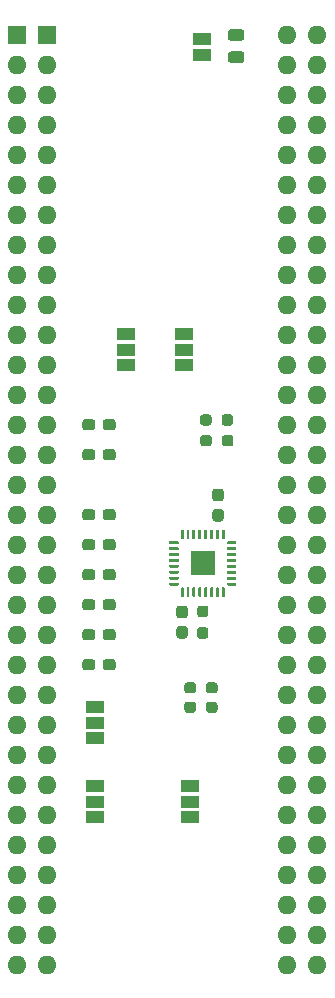
<source format=gts>
G04 #@! TF.GenerationSoftware,KiCad,Pcbnew,(5.1.12)-1*
G04 #@! TF.CreationDate,2022-10-04T21:51:07-07:00*
G04 #@! TF.ProjectId,HDMIBuffer,48444d49-4275-4666-9665-722e6b696361,rev?*
G04 #@! TF.SameCoordinates,Original*
G04 #@! TF.FileFunction,Soldermask,Top*
G04 #@! TF.FilePolarity,Negative*
%FSLAX46Y46*%
G04 Gerber Fmt 4.6, Leading zero omitted, Abs format (unit mm)*
G04 Created by KiCad (PCBNEW (5.1.12)-1) date 2022-10-04 21:51:07*
%MOMM*%
%LPD*%
G01*
G04 APERTURE LIST*
%ADD10R,1.500000X1.000000*%
%ADD11O,1.600000X1.600000*%
%ADD12R,1.600000X1.600000*%
%ADD13R,2.100000X2.100000*%
%ADD14C,0.100000*%
G04 APERTURE END LIST*
G36*
G01*
X129685600Y-100897700D02*
X129685600Y-100422700D01*
G75*
G02*
X129923100Y-100185200I237500J0D01*
G01*
X130423100Y-100185200D01*
G75*
G02*
X130660600Y-100422700I0J-237500D01*
G01*
X130660600Y-100897700D01*
G75*
G02*
X130423100Y-101135200I-237500J0D01*
G01*
X129923100Y-101135200D01*
G75*
G02*
X129685600Y-100897700I0J237500D01*
G01*
G37*
G36*
G01*
X127860600Y-100897700D02*
X127860600Y-100422700D01*
G75*
G02*
X128098100Y-100185200I237500J0D01*
G01*
X128598100Y-100185200D01*
G75*
G02*
X128835600Y-100422700I0J-237500D01*
G01*
X128835600Y-100897700D01*
G75*
G02*
X128598100Y-101135200I-237500J0D01*
G01*
X128098100Y-101135200D01*
G75*
G02*
X127860600Y-100897700I0J237500D01*
G01*
G37*
G36*
G01*
X129662100Y-99145100D02*
X129662100Y-98670100D01*
G75*
G02*
X129899600Y-98432600I237500J0D01*
G01*
X130399600Y-98432600D01*
G75*
G02*
X130637100Y-98670100I0J-237500D01*
G01*
X130637100Y-99145100D01*
G75*
G02*
X130399600Y-99382600I-237500J0D01*
G01*
X129899600Y-99382600D01*
G75*
G02*
X129662100Y-99145100I0J237500D01*
G01*
G37*
G36*
G01*
X127837100Y-99145100D02*
X127837100Y-98670100D01*
G75*
G02*
X128074600Y-98432600I237500J0D01*
G01*
X128574600Y-98432600D01*
G75*
G02*
X128812100Y-98670100I0J-237500D01*
G01*
X128812100Y-99145100D01*
G75*
G02*
X128574600Y-99382600I-237500J0D01*
G01*
X128074600Y-99382600D01*
G75*
G02*
X127837100Y-99145100I0J237500D01*
G01*
G37*
G36*
G01*
X128304300Y-115602200D02*
X127829300Y-115602200D01*
G75*
G02*
X127591800Y-115364700I0J237500D01*
G01*
X127591800Y-114864700D01*
G75*
G02*
X127829300Y-114627200I237500J0D01*
G01*
X128304300Y-114627200D01*
G75*
G02*
X128541800Y-114864700I0J-237500D01*
G01*
X128541800Y-115364700D01*
G75*
G02*
X128304300Y-115602200I-237500J0D01*
G01*
G37*
G36*
G01*
X128304300Y-117427200D02*
X127829300Y-117427200D01*
G75*
G02*
X127591800Y-117189700I0J237500D01*
G01*
X127591800Y-116689700D01*
G75*
G02*
X127829300Y-116452200I237500J0D01*
G01*
X128304300Y-116452200D01*
G75*
G02*
X128541800Y-116689700I0J-237500D01*
G01*
X128541800Y-117189700D01*
G75*
G02*
X128304300Y-117427200I-237500J0D01*
G01*
G37*
G36*
G01*
X128339400Y-123478300D02*
X128339400Y-123003300D01*
G75*
G02*
X128576900Y-122765800I237500J0D01*
G01*
X129076900Y-122765800D01*
G75*
G02*
X129314400Y-123003300I0J-237500D01*
G01*
X129314400Y-123478300D01*
G75*
G02*
X129076900Y-123715800I-237500J0D01*
G01*
X128576900Y-123715800D01*
G75*
G02*
X128339400Y-123478300I0J237500D01*
G01*
G37*
G36*
G01*
X126514400Y-123478300D02*
X126514400Y-123003300D01*
G75*
G02*
X126751900Y-122765800I237500J0D01*
G01*
X127251900Y-122765800D01*
G75*
G02*
X127489400Y-123003300I0J-237500D01*
G01*
X127489400Y-123478300D01*
G75*
G02*
X127251900Y-123715800I-237500J0D01*
G01*
X126751900Y-123715800D01*
G75*
G02*
X126514400Y-123478300I0J237500D01*
G01*
G37*
G36*
G01*
X128339400Y-121827300D02*
X128339400Y-121352300D01*
G75*
G02*
X128576900Y-121114800I237500J0D01*
G01*
X129076900Y-121114800D01*
G75*
G02*
X129314400Y-121352300I0J-237500D01*
G01*
X129314400Y-121827300D01*
G75*
G02*
X129076900Y-122064800I-237500J0D01*
G01*
X128576900Y-122064800D01*
G75*
G02*
X128339400Y-121827300I0J237500D01*
G01*
G37*
G36*
G01*
X126514400Y-121827300D02*
X126514400Y-121352300D01*
G75*
G02*
X126751900Y-121114800I237500J0D01*
G01*
X127251900Y-121114800D01*
G75*
G02*
X127489400Y-121352300I0J-237500D01*
G01*
X127489400Y-121827300D01*
G75*
G02*
X127251900Y-122064800I-237500J0D01*
G01*
X126751900Y-122064800D01*
G75*
G02*
X126514400Y-121827300I0J237500D01*
G01*
G37*
D10*
X121589800Y-92964000D03*
X121589800Y-94264000D03*
X121589800Y-91664000D03*
X126441200Y-92964000D03*
X126441200Y-94264000D03*
X126441200Y-91664000D03*
X118948200Y-131216400D03*
X118948200Y-129916400D03*
X118948200Y-132516400D03*
X118948200Y-124536200D03*
X118948200Y-123236200D03*
X118948200Y-125836200D03*
X127025400Y-131221000D03*
X127025400Y-129921000D03*
X127025400Y-132521000D03*
X128016000Y-66675000D03*
X128016000Y-67975000D03*
G36*
G01*
X131342450Y-66806900D02*
X130429950Y-66806900D01*
G75*
G02*
X130186200Y-66563150I0J243750D01*
G01*
X130186200Y-66075650D01*
G75*
G02*
X130429950Y-65831900I243750J0D01*
G01*
X131342450Y-65831900D01*
G75*
G02*
X131586200Y-66075650I0J-243750D01*
G01*
X131586200Y-66563150D01*
G75*
G02*
X131342450Y-66806900I-243750J0D01*
G01*
G37*
G36*
G01*
X131342450Y-68681900D02*
X130429950Y-68681900D01*
G75*
G02*
X130186200Y-68438150I0J243750D01*
G01*
X130186200Y-67950650D01*
G75*
G02*
X130429950Y-67706900I243750J0D01*
G01*
X131342450Y-67706900D01*
G75*
G02*
X131586200Y-67950650I0J-243750D01*
G01*
X131586200Y-68438150D01*
G75*
G02*
X131342450Y-68681900I-243750J0D01*
G01*
G37*
G36*
G01*
X129124700Y-106446200D02*
X129599700Y-106446200D01*
G75*
G02*
X129837200Y-106683700I0J-237500D01*
G01*
X129837200Y-107283700D01*
G75*
G02*
X129599700Y-107521200I-237500J0D01*
G01*
X129124700Y-107521200D01*
G75*
G02*
X128887200Y-107283700I0J237500D01*
G01*
X128887200Y-106683700D01*
G75*
G02*
X129124700Y-106446200I237500J0D01*
G01*
G37*
G36*
G01*
X129124700Y-104721200D02*
X129599700Y-104721200D01*
G75*
G02*
X129837200Y-104958700I0J-237500D01*
G01*
X129837200Y-105558700D01*
G75*
G02*
X129599700Y-105796200I-237500J0D01*
G01*
X129124700Y-105796200D01*
G75*
G02*
X128887200Y-105558700I0J237500D01*
G01*
X128887200Y-104958700D01*
G75*
G02*
X129124700Y-104721200I237500J0D01*
G01*
G37*
G36*
G01*
X126551700Y-115701100D02*
X126076700Y-115701100D01*
G75*
G02*
X125839200Y-115463600I0J237500D01*
G01*
X125839200Y-114863600D01*
G75*
G02*
X126076700Y-114626100I237500J0D01*
G01*
X126551700Y-114626100D01*
G75*
G02*
X126789200Y-114863600I0J-237500D01*
G01*
X126789200Y-115463600D01*
G75*
G02*
X126551700Y-115701100I-237500J0D01*
G01*
G37*
G36*
G01*
X126551700Y-117426100D02*
X126076700Y-117426100D01*
G75*
G02*
X125839200Y-117188600I0J237500D01*
G01*
X125839200Y-116588600D01*
G75*
G02*
X126076700Y-116351100I237500J0D01*
G01*
X126551700Y-116351100D01*
G75*
G02*
X126789200Y-116588600I0J-237500D01*
G01*
X126789200Y-117188600D01*
G75*
G02*
X126551700Y-117426100I-237500J0D01*
G01*
G37*
D11*
X137769600Y-145034000D03*
X137769600Y-142494000D03*
X137769600Y-139954000D03*
X137769600Y-137414000D03*
X137769600Y-134874000D03*
X137769600Y-132334000D03*
X137769600Y-129794000D03*
X137769600Y-127254000D03*
X137769600Y-124714000D03*
X137769600Y-122174000D03*
X137769600Y-119634000D03*
X137769600Y-117094000D03*
X137769600Y-114554000D03*
X137769600Y-112014000D03*
X137769600Y-109474000D03*
X137769600Y-106934000D03*
X137769600Y-104394000D03*
X137769600Y-101854000D03*
X137769600Y-99314000D03*
X137769600Y-96774000D03*
X137769600Y-94234000D03*
X137769600Y-91694000D03*
X137769600Y-89154000D03*
X137769600Y-86614000D03*
X137769600Y-84074000D03*
X137769600Y-81534000D03*
X137769600Y-78994000D03*
X137769600Y-76454000D03*
X137769600Y-73914000D03*
X137769600Y-71374000D03*
X137769600Y-68834000D03*
X137769600Y-66294000D03*
X135229600Y-145034000D03*
X135229600Y-142494000D03*
X135229600Y-139954000D03*
X135229600Y-137414000D03*
X135229600Y-134874000D03*
X135229600Y-132334000D03*
X135229600Y-129794000D03*
X135229600Y-127254000D03*
X135229600Y-124714000D03*
X135229600Y-122174000D03*
X135229600Y-119634000D03*
X135229600Y-117094000D03*
X135229600Y-114554000D03*
X135229600Y-112014000D03*
X135229600Y-109474000D03*
X135229600Y-106934000D03*
X135229600Y-104394000D03*
X135229600Y-101854000D03*
X135229600Y-99314000D03*
X135229600Y-96774000D03*
X135229600Y-94234000D03*
X135229600Y-91694000D03*
X135229600Y-89154000D03*
X135229600Y-86614000D03*
X135229600Y-84074000D03*
X135229600Y-81534000D03*
X135229600Y-78994000D03*
X135229600Y-76454000D03*
X135229600Y-73914000D03*
X135229600Y-71374000D03*
X135229600Y-68834000D03*
X135229600Y-66294000D03*
X114909600Y-145034000D03*
X114909600Y-142494000D03*
X114909600Y-139954000D03*
X114909600Y-137414000D03*
X114909600Y-134874000D03*
X114909600Y-132334000D03*
X114909600Y-129794000D03*
X114909600Y-127254000D03*
X114909600Y-124714000D03*
X114909600Y-122174000D03*
X114909600Y-119634000D03*
X114909600Y-117094000D03*
X114909600Y-114554000D03*
X114909600Y-112014000D03*
X114909600Y-109474000D03*
X114909600Y-106934000D03*
X114909600Y-104394000D03*
X114909600Y-101854000D03*
X114909600Y-99314000D03*
X114909600Y-96774000D03*
X114909600Y-94234000D03*
X114909600Y-91694000D03*
X114909600Y-89154000D03*
X114909600Y-86614000D03*
X114909600Y-84074000D03*
X114909600Y-81534000D03*
X114909600Y-78994000D03*
X114909600Y-76454000D03*
X114909600Y-73914000D03*
X114909600Y-71374000D03*
X114909600Y-68834000D03*
D12*
X114909600Y-66294000D03*
D11*
X112373601Y-145034000D03*
X112373601Y-142494000D03*
X112373601Y-139954000D03*
X112373601Y-137414000D03*
X112373601Y-134874000D03*
X112373601Y-132334000D03*
X112373601Y-129794000D03*
X112373601Y-127254000D03*
X112373601Y-124714000D03*
X112373601Y-122174000D03*
X112373601Y-119634000D03*
X112373601Y-117094000D03*
X112373601Y-114554000D03*
X112373601Y-112014000D03*
X112373601Y-109474000D03*
X112373601Y-106934000D03*
X112373601Y-104394000D03*
X112373601Y-101854000D03*
X112373601Y-99314000D03*
X112373601Y-96774000D03*
X112373601Y-94234000D03*
X112373601Y-91694000D03*
X112373601Y-89154000D03*
X112373601Y-86614000D03*
X112373601Y-84074000D03*
X112373601Y-81534000D03*
X112373601Y-78994000D03*
X112373601Y-76454000D03*
X112373601Y-73914000D03*
X112373601Y-71374000D03*
X112373601Y-68834000D03*
D12*
X112373601Y-66294000D03*
G36*
G01*
X118954500Y-101616500D02*
X118954500Y-102091500D01*
G75*
G02*
X118717000Y-102329000I-237500J0D01*
G01*
X118117000Y-102329000D01*
G75*
G02*
X117879500Y-102091500I0J237500D01*
G01*
X117879500Y-101616500D01*
G75*
G02*
X118117000Y-101379000I237500J0D01*
G01*
X118717000Y-101379000D01*
G75*
G02*
X118954500Y-101616500I0J-237500D01*
G01*
G37*
G36*
G01*
X120679500Y-101616500D02*
X120679500Y-102091500D01*
G75*
G02*
X120442000Y-102329000I-237500J0D01*
G01*
X119842000Y-102329000D01*
G75*
G02*
X119604500Y-102091500I0J237500D01*
G01*
X119604500Y-101616500D01*
G75*
G02*
X119842000Y-101379000I237500J0D01*
G01*
X120442000Y-101379000D01*
G75*
G02*
X120679500Y-101616500I0J-237500D01*
G01*
G37*
G36*
G01*
X118954500Y-109236500D02*
X118954500Y-109711500D01*
G75*
G02*
X118717000Y-109949000I-237500J0D01*
G01*
X118117000Y-109949000D01*
G75*
G02*
X117879500Y-109711500I0J237500D01*
G01*
X117879500Y-109236500D01*
G75*
G02*
X118117000Y-108999000I237500J0D01*
G01*
X118717000Y-108999000D01*
G75*
G02*
X118954500Y-109236500I0J-237500D01*
G01*
G37*
G36*
G01*
X120679500Y-109236500D02*
X120679500Y-109711500D01*
G75*
G02*
X120442000Y-109949000I-237500J0D01*
G01*
X119842000Y-109949000D01*
G75*
G02*
X119604500Y-109711500I0J237500D01*
G01*
X119604500Y-109236500D01*
G75*
G02*
X119842000Y-108999000I237500J0D01*
G01*
X120442000Y-108999000D01*
G75*
G02*
X120679500Y-109236500I0J-237500D01*
G01*
G37*
G36*
G01*
X118954500Y-114316500D02*
X118954500Y-114791500D01*
G75*
G02*
X118717000Y-115029000I-237500J0D01*
G01*
X118117000Y-115029000D01*
G75*
G02*
X117879500Y-114791500I0J237500D01*
G01*
X117879500Y-114316500D01*
G75*
G02*
X118117000Y-114079000I237500J0D01*
G01*
X118717000Y-114079000D01*
G75*
G02*
X118954500Y-114316500I0J-237500D01*
G01*
G37*
G36*
G01*
X120679500Y-114316500D02*
X120679500Y-114791500D01*
G75*
G02*
X120442000Y-115029000I-237500J0D01*
G01*
X119842000Y-115029000D01*
G75*
G02*
X119604500Y-114791500I0J237500D01*
G01*
X119604500Y-114316500D01*
G75*
G02*
X119842000Y-114079000I237500J0D01*
G01*
X120442000Y-114079000D01*
G75*
G02*
X120679500Y-114316500I0J-237500D01*
G01*
G37*
G36*
G01*
X118954500Y-99076500D02*
X118954500Y-99551500D01*
G75*
G02*
X118717000Y-99789000I-237500J0D01*
G01*
X118117000Y-99789000D01*
G75*
G02*
X117879500Y-99551500I0J237500D01*
G01*
X117879500Y-99076500D01*
G75*
G02*
X118117000Y-98839000I237500J0D01*
G01*
X118717000Y-98839000D01*
G75*
G02*
X118954500Y-99076500I0J-237500D01*
G01*
G37*
G36*
G01*
X120679500Y-99076500D02*
X120679500Y-99551500D01*
G75*
G02*
X120442000Y-99789000I-237500J0D01*
G01*
X119842000Y-99789000D01*
G75*
G02*
X119604500Y-99551500I0J237500D01*
G01*
X119604500Y-99076500D01*
G75*
G02*
X119842000Y-98839000I237500J0D01*
G01*
X120442000Y-98839000D01*
G75*
G02*
X120679500Y-99076500I0J-237500D01*
G01*
G37*
G36*
G01*
X118954500Y-106696500D02*
X118954500Y-107171500D01*
G75*
G02*
X118717000Y-107409000I-237500J0D01*
G01*
X118117000Y-107409000D01*
G75*
G02*
X117879500Y-107171500I0J237500D01*
G01*
X117879500Y-106696500D01*
G75*
G02*
X118117000Y-106459000I237500J0D01*
G01*
X118717000Y-106459000D01*
G75*
G02*
X118954500Y-106696500I0J-237500D01*
G01*
G37*
G36*
G01*
X120679500Y-106696500D02*
X120679500Y-107171500D01*
G75*
G02*
X120442000Y-107409000I-237500J0D01*
G01*
X119842000Y-107409000D01*
G75*
G02*
X119604500Y-107171500I0J237500D01*
G01*
X119604500Y-106696500D01*
G75*
G02*
X119842000Y-106459000I237500J0D01*
G01*
X120442000Y-106459000D01*
G75*
G02*
X120679500Y-106696500I0J-237500D01*
G01*
G37*
G36*
G01*
X118954500Y-111776500D02*
X118954500Y-112251500D01*
G75*
G02*
X118717000Y-112489000I-237500J0D01*
G01*
X118117000Y-112489000D01*
G75*
G02*
X117879500Y-112251500I0J237500D01*
G01*
X117879500Y-111776500D01*
G75*
G02*
X118117000Y-111539000I237500J0D01*
G01*
X118717000Y-111539000D01*
G75*
G02*
X118954500Y-111776500I0J-237500D01*
G01*
G37*
G36*
G01*
X120679500Y-111776500D02*
X120679500Y-112251500D01*
G75*
G02*
X120442000Y-112489000I-237500J0D01*
G01*
X119842000Y-112489000D01*
G75*
G02*
X119604500Y-112251500I0J237500D01*
G01*
X119604500Y-111776500D01*
G75*
G02*
X119842000Y-111539000I237500J0D01*
G01*
X120442000Y-111539000D01*
G75*
G02*
X120679500Y-111776500I0J-237500D01*
G01*
G37*
G36*
G01*
X118954500Y-119396500D02*
X118954500Y-119871500D01*
G75*
G02*
X118717000Y-120109000I-237500J0D01*
G01*
X118117000Y-120109000D01*
G75*
G02*
X117879500Y-119871500I0J237500D01*
G01*
X117879500Y-119396500D01*
G75*
G02*
X118117000Y-119159000I237500J0D01*
G01*
X118717000Y-119159000D01*
G75*
G02*
X118954500Y-119396500I0J-237500D01*
G01*
G37*
G36*
G01*
X120679500Y-119396500D02*
X120679500Y-119871500D01*
G75*
G02*
X120442000Y-120109000I-237500J0D01*
G01*
X119842000Y-120109000D01*
G75*
G02*
X119604500Y-119871500I0J237500D01*
G01*
X119604500Y-119396500D01*
G75*
G02*
X119842000Y-119159000I237500J0D01*
G01*
X120442000Y-119159000D01*
G75*
G02*
X120679500Y-119396500I0J-237500D01*
G01*
G37*
G36*
G01*
X118954500Y-116856500D02*
X118954500Y-117331500D01*
G75*
G02*
X118717000Y-117569000I-237500J0D01*
G01*
X118117000Y-117569000D01*
G75*
G02*
X117879500Y-117331500I0J237500D01*
G01*
X117879500Y-116856500D01*
G75*
G02*
X118117000Y-116619000I237500J0D01*
G01*
X118717000Y-116619000D01*
G75*
G02*
X118954500Y-116856500I0J-237500D01*
G01*
G37*
G36*
G01*
X120679500Y-116856500D02*
X120679500Y-117331500D01*
G75*
G02*
X120442000Y-117569000I-237500J0D01*
G01*
X119842000Y-117569000D01*
G75*
G02*
X119604500Y-117331500I0J237500D01*
G01*
X119604500Y-116856500D01*
G75*
G02*
X119842000Y-116619000I237500J0D01*
G01*
X120442000Y-116619000D01*
G75*
G02*
X120679500Y-116856500I0J-237500D01*
G01*
G37*
D13*
X128066800Y-111048800D03*
D14*
G36*
X125218001Y-112724107D02*
G01*
X125221558Y-112712382D01*
X125227333Y-112701577D01*
X125235106Y-112692106D01*
X125244577Y-112684333D01*
X125255382Y-112678558D01*
X125267107Y-112675001D01*
X125279300Y-112673800D01*
X125979300Y-112673800D01*
X125991493Y-112675001D01*
X126003218Y-112678558D01*
X126014023Y-112684333D01*
X126023494Y-112692106D01*
X126031267Y-112701577D01*
X126037042Y-112712382D01*
X126040599Y-112724107D01*
X126041800Y-112736300D01*
X126041800Y-112807912D01*
X126040599Y-112820105D01*
X126037042Y-112831830D01*
X126031267Y-112842635D01*
X126023494Y-112852106D01*
X125970106Y-112905494D01*
X125960635Y-112913267D01*
X125949830Y-112919042D01*
X125938105Y-112922599D01*
X125925912Y-112923800D01*
X125279300Y-112923800D01*
X125267107Y-112922599D01*
X125255382Y-112919042D01*
X125244577Y-112913267D01*
X125235106Y-112905494D01*
X125227333Y-112896023D01*
X125221558Y-112885218D01*
X125218001Y-112873493D01*
X125216800Y-112861300D01*
X125216800Y-112736300D01*
X125218001Y-112724107D01*
G37*
G36*
G01*
X125979300Y-112423800D02*
X125279300Y-112423800D01*
G75*
G02*
X125216800Y-112361300I0J62500D01*
G01*
X125216800Y-112236300D01*
G75*
G02*
X125279300Y-112173800I62500J0D01*
G01*
X125979300Y-112173800D01*
G75*
G02*
X126041800Y-112236300I0J-62500D01*
G01*
X126041800Y-112361300D01*
G75*
G02*
X125979300Y-112423800I-62500J0D01*
G01*
G37*
G36*
G01*
X125979300Y-111923800D02*
X125279300Y-111923800D01*
G75*
G02*
X125216800Y-111861300I0J62500D01*
G01*
X125216800Y-111736300D01*
G75*
G02*
X125279300Y-111673800I62500J0D01*
G01*
X125979300Y-111673800D01*
G75*
G02*
X126041800Y-111736300I0J-62500D01*
G01*
X126041800Y-111861300D01*
G75*
G02*
X125979300Y-111923800I-62500J0D01*
G01*
G37*
G36*
G01*
X125979300Y-111423800D02*
X125279300Y-111423800D01*
G75*
G02*
X125216800Y-111361300I0J62500D01*
G01*
X125216800Y-111236300D01*
G75*
G02*
X125279300Y-111173800I62500J0D01*
G01*
X125979300Y-111173800D01*
G75*
G02*
X126041800Y-111236300I0J-62500D01*
G01*
X126041800Y-111361300D01*
G75*
G02*
X125979300Y-111423800I-62500J0D01*
G01*
G37*
G36*
G01*
X125979300Y-110923800D02*
X125279300Y-110923800D01*
G75*
G02*
X125216800Y-110861300I0J62500D01*
G01*
X125216800Y-110736300D01*
G75*
G02*
X125279300Y-110673800I62500J0D01*
G01*
X125979300Y-110673800D01*
G75*
G02*
X126041800Y-110736300I0J-62500D01*
G01*
X126041800Y-110861300D01*
G75*
G02*
X125979300Y-110923800I-62500J0D01*
G01*
G37*
G36*
G01*
X125979300Y-110423800D02*
X125279300Y-110423800D01*
G75*
G02*
X125216800Y-110361300I0J62500D01*
G01*
X125216800Y-110236300D01*
G75*
G02*
X125279300Y-110173800I62500J0D01*
G01*
X125979300Y-110173800D01*
G75*
G02*
X126041800Y-110236300I0J-62500D01*
G01*
X126041800Y-110361300D01*
G75*
G02*
X125979300Y-110423800I-62500J0D01*
G01*
G37*
G36*
G01*
X125979300Y-109923800D02*
X125279300Y-109923800D01*
G75*
G02*
X125216800Y-109861300I0J62500D01*
G01*
X125216800Y-109736300D01*
G75*
G02*
X125279300Y-109673800I62500J0D01*
G01*
X125979300Y-109673800D01*
G75*
G02*
X126041800Y-109736300I0J-62500D01*
G01*
X126041800Y-109861300D01*
G75*
G02*
X125979300Y-109923800I-62500J0D01*
G01*
G37*
G36*
X125218001Y-109224107D02*
G01*
X125221558Y-109212382D01*
X125227333Y-109201577D01*
X125235106Y-109192106D01*
X125244577Y-109184333D01*
X125255382Y-109178558D01*
X125267107Y-109175001D01*
X125279300Y-109173800D01*
X125925912Y-109173800D01*
X125938105Y-109175001D01*
X125949830Y-109178558D01*
X125960635Y-109184333D01*
X125970106Y-109192106D01*
X126023494Y-109245494D01*
X126031267Y-109254965D01*
X126037042Y-109265770D01*
X126040599Y-109277495D01*
X126041800Y-109289688D01*
X126041800Y-109361300D01*
X126040599Y-109373493D01*
X126037042Y-109385218D01*
X126031267Y-109396023D01*
X126023494Y-109405494D01*
X126014023Y-109413267D01*
X126003218Y-109419042D01*
X125991493Y-109422599D01*
X125979300Y-109423800D01*
X125279300Y-109423800D01*
X125267107Y-109422599D01*
X125255382Y-109419042D01*
X125244577Y-109413267D01*
X125235106Y-109405494D01*
X125227333Y-109396023D01*
X125221558Y-109385218D01*
X125218001Y-109373493D01*
X125216800Y-109361300D01*
X125216800Y-109236300D01*
X125218001Y-109224107D01*
G37*
G36*
X126193001Y-108249107D02*
G01*
X126196558Y-108237382D01*
X126202333Y-108226577D01*
X126210106Y-108217106D01*
X126219577Y-108209333D01*
X126230382Y-108203558D01*
X126242107Y-108200001D01*
X126254300Y-108198800D01*
X126379300Y-108198800D01*
X126391493Y-108200001D01*
X126403218Y-108203558D01*
X126414023Y-108209333D01*
X126423494Y-108217106D01*
X126431267Y-108226577D01*
X126437042Y-108237382D01*
X126440599Y-108249107D01*
X126441800Y-108261300D01*
X126441800Y-108961300D01*
X126440599Y-108973493D01*
X126437042Y-108985218D01*
X126431267Y-108996023D01*
X126423494Y-109005494D01*
X126414023Y-109013267D01*
X126403218Y-109019042D01*
X126391493Y-109022599D01*
X126379300Y-109023800D01*
X126307688Y-109023800D01*
X126295495Y-109022599D01*
X126283770Y-109019042D01*
X126272965Y-109013267D01*
X126263494Y-109005494D01*
X126210106Y-108952106D01*
X126202333Y-108942635D01*
X126196558Y-108931830D01*
X126193001Y-108920105D01*
X126191800Y-108907912D01*
X126191800Y-108261300D01*
X126193001Y-108249107D01*
G37*
G36*
G01*
X126879300Y-109023800D02*
X126754300Y-109023800D01*
G75*
G02*
X126691800Y-108961300I0J62500D01*
G01*
X126691800Y-108261300D01*
G75*
G02*
X126754300Y-108198800I62500J0D01*
G01*
X126879300Y-108198800D01*
G75*
G02*
X126941800Y-108261300I0J-62500D01*
G01*
X126941800Y-108961300D01*
G75*
G02*
X126879300Y-109023800I-62500J0D01*
G01*
G37*
G36*
G01*
X127379300Y-109023800D02*
X127254300Y-109023800D01*
G75*
G02*
X127191800Y-108961300I0J62500D01*
G01*
X127191800Y-108261300D01*
G75*
G02*
X127254300Y-108198800I62500J0D01*
G01*
X127379300Y-108198800D01*
G75*
G02*
X127441800Y-108261300I0J-62500D01*
G01*
X127441800Y-108961300D01*
G75*
G02*
X127379300Y-109023800I-62500J0D01*
G01*
G37*
G36*
G01*
X127879300Y-109023800D02*
X127754300Y-109023800D01*
G75*
G02*
X127691800Y-108961300I0J62500D01*
G01*
X127691800Y-108261300D01*
G75*
G02*
X127754300Y-108198800I62500J0D01*
G01*
X127879300Y-108198800D01*
G75*
G02*
X127941800Y-108261300I0J-62500D01*
G01*
X127941800Y-108961300D01*
G75*
G02*
X127879300Y-109023800I-62500J0D01*
G01*
G37*
G36*
G01*
X128379300Y-109023800D02*
X128254300Y-109023800D01*
G75*
G02*
X128191800Y-108961300I0J62500D01*
G01*
X128191800Y-108261300D01*
G75*
G02*
X128254300Y-108198800I62500J0D01*
G01*
X128379300Y-108198800D01*
G75*
G02*
X128441800Y-108261300I0J-62500D01*
G01*
X128441800Y-108961300D01*
G75*
G02*
X128379300Y-109023800I-62500J0D01*
G01*
G37*
G36*
G01*
X128879300Y-109023800D02*
X128754300Y-109023800D01*
G75*
G02*
X128691800Y-108961300I0J62500D01*
G01*
X128691800Y-108261300D01*
G75*
G02*
X128754300Y-108198800I62500J0D01*
G01*
X128879300Y-108198800D01*
G75*
G02*
X128941800Y-108261300I0J-62500D01*
G01*
X128941800Y-108961300D01*
G75*
G02*
X128879300Y-109023800I-62500J0D01*
G01*
G37*
G36*
G01*
X129379300Y-109023800D02*
X129254300Y-109023800D01*
G75*
G02*
X129191800Y-108961300I0J62500D01*
G01*
X129191800Y-108261300D01*
G75*
G02*
X129254300Y-108198800I62500J0D01*
G01*
X129379300Y-108198800D01*
G75*
G02*
X129441800Y-108261300I0J-62500D01*
G01*
X129441800Y-108961300D01*
G75*
G02*
X129379300Y-109023800I-62500J0D01*
G01*
G37*
G36*
X129693001Y-108249107D02*
G01*
X129696558Y-108237382D01*
X129702333Y-108226577D01*
X129710106Y-108217106D01*
X129719577Y-108209333D01*
X129730382Y-108203558D01*
X129742107Y-108200001D01*
X129754300Y-108198800D01*
X129879300Y-108198800D01*
X129891493Y-108200001D01*
X129903218Y-108203558D01*
X129914023Y-108209333D01*
X129923494Y-108217106D01*
X129931267Y-108226577D01*
X129937042Y-108237382D01*
X129940599Y-108249107D01*
X129941800Y-108261300D01*
X129941800Y-108907912D01*
X129940599Y-108920105D01*
X129937042Y-108931830D01*
X129931267Y-108942635D01*
X129923494Y-108952106D01*
X129870106Y-109005494D01*
X129860635Y-109013267D01*
X129849830Y-109019042D01*
X129838105Y-109022599D01*
X129825912Y-109023800D01*
X129754300Y-109023800D01*
X129742107Y-109022599D01*
X129730382Y-109019042D01*
X129719577Y-109013267D01*
X129710106Y-109005494D01*
X129702333Y-108996023D01*
X129696558Y-108985218D01*
X129693001Y-108973493D01*
X129691800Y-108961300D01*
X129691800Y-108261300D01*
X129693001Y-108249107D01*
G37*
G36*
X130093001Y-109277495D02*
G01*
X130096558Y-109265770D01*
X130102333Y-109254965D01*
X130110106Y-109245494D01*
X130163494Y-109192106D01*
X130172965Y-109184333D01*
X130183770Y-109178558D01*
X130195495Y-109175001D01*
X130207688Y-109173800D01*
X130854300Y-109173800D01*
X130866493Y-109175001D01*
X130878218Y-109178558D01*
X130889023Y-109184333D01*
X130898494Y-109192106D01*
X130906267Y-109201577D01*
X130912042Y-109212382D01*
X130915599Y-109224107D01*
X130916800Y-109236300D01*
X130916800Y-109361300D01*
X130915599Y-109373493D01*
X130912042Y-109385218D01*
X130906267Y-109396023D01*
X130898494Y-109405494D01*
X130889023Y-109413267D01*
X130878218Y-109419042D01*
X130866493Y-109422599D01*
X130854300Y-109423800D01*
X130154300Y-109423800D01*
X130142107Y-109422599D01*
X130130382Y-109419042D01*
X130119577Y-109413267D01*
X130110106Y-109405494D01*
X130102333Y-109396023D01*
X130096558Y-109385218D01*
X130093001Y-109373493D01*
X130091800Y-109361300D01*
X130091800Y-109289688D01*
X130093001Y-109277495D01*
G37*
G36*
G01*
X130854300Y-109923800D02*
X130154300Y-109923800D01*
G75*
G02*
X130091800Y-109861300I0J62500D01*
G01*
X130091800Y-109736300D01*
G75*
G02*
X130154300Y-109673800I62500J0D01*
G01*
X130854300Y-109673800D01*
G75*
G02*
X130916800Y-109736300I0J-62500D01*
G01*
X130916800Y-109861300D01*
G75*
G02*
X130854300Y-109923800I-62500J0D01*
G01*
G37*
G36*
G01*
X130854300Y-110423800D02*
X130154300Y-110423800D01*
G75*
G02*
X130091800Y-110361300I0J62500D01*
G01*
X130091800Y-110236300D01*
G75*
G02*
X130154300Y-110173800I62500J0D01*
G01*
X130854300Y-110173800D01*
G75*
G02*
X130916800Y-110236300I0J-62500D01*
G01*
X130916800Y-110361300D01*
G75*
G02*
X130854300Y-110423800I-62500J0D01*
G01*
G37*
G36*
G01*
X130854300Y-110923800D02*
X130154300Y-110923800D01*
G75*
G02*
X130091800Y-110861300I0J62500D01*
G01*
X130091800Y-110736300D01*
G75*
G02*
X130154300Y-110673800I62500J0D01*
G01*
X130854300Y-110673800D01*
G75*
G02*
X130916800Y-110736300I0J-62500D01*
G01*
X130916800Y-110861300D01*
G75*
G02*
X130854300Y-110923800I-62500J0D01*
G01*
G37*
G36*
G01*
X130854300Y-111423800D02*
X130154300Y-111423800D01*
G75*
G02*
X130091800Y-111361300I0J62500D01*
G01*
X130091800Y-111236300D01*
G75*
G02*
X130154300Y-111173800I62500J0D01*
G01*
X130854300Y-111173800D01*
G75*
G02*
X130916800Y-111236300I0J-62500D01*
G01*
X130916800Y-111361300D01*
G75*
G02*
X130854300Y-111423800I-62500J0D01*
G01*
G37*
G36*
G01*
X130854300Y-111923800D02*
X130154300Y-111923800D01*
G75*
G02*
X130091800Y-111861300I0J62500D01*
G01*
X130091800Y-111736300D01*
G75*
G02*
X130154300Y-111673800I62500J0D01*
G01*
X130854300Y-111673800D01*
G75*
G02*
X130916800Y-111736300I0J-62500D01*
G01*
X130916800Y-111861300D01*
G75*
G02*
X130854300Y-111923800I-62500J0D01*
G01*
G37*
G36*
G01*
X130854300Y-112423800D02*
X130154300Y-112423800D01*
G75*
G02*
X130091800Y-112361300I0J62500D01*
G01*
X130091800Y-112236300D01*
G75*
G02*
X130154300Y-112173800I62500J0D01*
G01*
X130854300Y-112173800D01*
G75*
G02*
X130916800Y-112236300I0J-62500D01*
G01*
X130916800Y-112361300D01*
G75*
G02*
X130854300Y-112423800I-62500J0D01*
G01*
G37*
G36*
X130093001Y-112724107D02*
G01*
X130096558Y-112712382D01*
X130102333Y-112701577D01*
X130110106Y-112692106D01*
X130119577Y-112684333D01*
X130130382Y-112678558D01*
X130142107Y-112675001D01*
X130154300Y-112673800D01*
X130854300Y-112673800D01*
X130866493Y-112675001D01*
X130878218Y-112678558D01*
X130889023Y-112684333D01*
X130898494Y-112692106D01*
X130906267Y-112701577D01*
X130912042Y-112712382D01*
X130915599Y-112724107D01*
X130916800Y-112736300D01*
X130916800Y-112861300D01*
X130915599Y-112873493D01*
X130912042Y-112885218D01*
X130906267Y-112896023D01*
X130898494Y-112905494D01*
X130889023Y-112913267D01*
X130878218Y-112919042D01*
X130866493Y-112922599D01*
X130854300Y-112923800D01*
X130207688Y-112923800D01*
X130195495Y-112922599D01*
X130183770Y-112919042D01*
X130172965Y-112913267D01*
X130163494Y-112905494D01*
X130110106Y-112852106D01*
X130102333Y-112842635D01*
X130096558Y-112831830D01*
X130093001Y-112820105D01*
X130091800Y-112807912D01*
X130091800Y-112736300D01*
X130093001Y-112724107D01*
G37*
G36*
X129693001Y-113124107D02*
G01*
X129696558Y-113112382D01*
X129702333Y-113101577D01*
X129710106Y-113092106D01*
X129719577Y-113084333D01*
X129730382Y-113078558D01*
X129742107Y-113075001D01*
X129754300Y-113073800D01*
X129825912Y-113073800D01*
X129838105Y-113075001D01*
X129849830Y-113078558D01*
X129860635Y-113084333D01*
X129870106Y-113092106D01*
X129923494Y-113145494D01*
X129931267Y-113154965D01*
X129937042Y-113165770D01*
X129940599Y-113177495D01*
X129941800Y-113189688D01*
X129941800Y-113836300D01*
X129940599Y-113848493D01*
X129937042Y-113860218D01*
X129931267Y-113871023D01*
X129923494Y-113880494D01*
X129914023Y-113888267D01*
X129903218Y-113894042D01*
X129891493Y-113897599D01*
X129879300Y-113898800D01*
X129754300Y-113898800D01*
X129742107Y-113897599D01*
X129730382Y-113894042D01*
X129719577Y-113888267D01*
X129710106Y-113880494D01*
X129702333Y-113871023D01*
X129696558Y-113860218D01*
X129693001Y-113848493D01*
X129691800Y-113836300D01*
X129691800Y-113136300D01*
X129693001Y-113124107D01*
G37*
G36*
G01*
X129379300Y-113898800D02*
X129254300Y-113898800D01*
G75*
G02*
X129191800Y-113836300I0J62500D01*
G01*
X129191800Y-113136300D01*
G75*
G02*
X129254300Y-113073800I62500J0D01*
G01*
X129379300Y-113073800D01*
G75*
G02*
X129441800Y-113136300I0J-62500D01*
G01*
X129441800Y-113836300D01*
G75*
G02*
X129379300Y-113898800I-62500J0D01*
G01*
G37*
G36*
G01*
X128879300Y-113898800D02*
X128754300Y-113898800D01*
G75*
G02*
X128691800Y-113836300I0J62500D01*
G01*
X128691800Y-113136300D01*
G75*
G02*
X128754300Y-113073800I62500J0D01*
G01*
X128879300Y-113073800D01*
G75*
G02*
X128941800Y-113136300I0J-62500D01*
G01*
X128941800Y-113836300D01*
G75*
G02*
X128879300Y-113898800I-62500J0D01*
G01*
G37*
G36*
G01*
X128379300Y-113898800D02*
X128254300Y-113898800D01*
G75*
G02*
X128191800Y-113836300I0J62500D01*
G01*
X128191800Y-113136300D01*
G75*
G02*
X128254300Y-113073800I62500J0D01*
G01*
X128379300Y-113073800D01*
G75*
G02*
X128441800Y-113136300I0J-62500D01*
G01*
X128441800Y-113836300D01*
G75*
G02*
X128379300Y-113898800I-62500J0D01*
G01*
G37*
G36*
G01*
X127879300Y-113898800D02*
X127754300Y-113898800D01*
G75*
G02*
X127691800Y-113836300I0J62500D01*
G01*
X127691800Y-113136300D01*
G75*
G02*
X127754300Y-113073800I62500J0D01*
G01*
X127879300Y-113073800D01*
G75*
G02*
X127941800Y-113136300I0J-62500D01*
G01*
X127941800Y-113836300D01*
G75*
G02*
X127879300Y-113898800I-62500J0D01*
G01*
G37*
G36*
G01*
X127379300Y-113898800D02*
X127254300Y-113898800D01*
G75*
G02*
X127191800Y-113836300I0J62500D01*
G01*
X127191800Y-113136300D01*
G75*
G02*
X127254300Y-113073800I62500J0D01*
G01*
X127379300Y-113073800D01*
G75*
G02*
X127441800Y-113136300I0J-62500D01*
G01*
X127441800Y-113836300D01*
G75*
G02*
X127379300Y-113898800I-62500J0D01*
G01*
G37*
G36*
G01*
X126879300Y-113898800D02*
X126754300Y-113898800D01*
G75*
G02*
X126691800Y-113836300I0J62500D01*
G01*
X126691800Y-113136300D01*
G75*
G02*
X126754300Y-113073800I62500J0D01*
G01*
X126879300Y-113073800D01*
G75*
G02*
X126941800Y-113136300I0J-62500D01*
G01*
X126941800Y-113836300D01*
G75*
G02*
X126879300Y-113898800I-62500J0D01*
G01*
G37*
G36*
X126193001Y-113177495D02*
G01*
X126196558Y-113165770D01*
X126202333Y-113154965D01*
X126210106Y-113145494D01*
X126263494Y-113092106D01*
X126272965Y-113084333D01*
X126283770Y-113078558D01*
X126295495Y-113075001D01*
X126307688Y-113073800D01*
X126379300Y-113073800D01*
X126391493Y-113075001D01*
X126403218Y-113078558D01*
X126414023Y-113084333D01*
X126423494Y-113092106D01*
X126431267Y-113101577D01*
X126437042Y-113112382D01*
X126440599Y-113124107D01*
X126441800Y-113136300D01*
X126441800Y-113836300D01*
X126440599Y-113848493D01*
X126437042Y-113860218D01*
X126431267Y-113871023D01*
X126423494Y-113880494D01*
X126414023Y-113888267D01*
X126403218Y-113894042D01*
X126391493Y-113897599D01*
X126379300Y-113898800D01*
X126254300Y-113898800D01*
X126242107Y-113897599D01*
X126230382Y-113894042D01*
X126219577Y-113888267D01*
X126210106Y-113880494D01*
X126202333Y-113871023D01*
X126196558Y-113860218D01*
X126193001Y-113848493D01*
X126191800Y-113836300D01*
X126191800Y-113189688D01*
X126193001Y-113177495D01*
G37*
M02*

</source>
